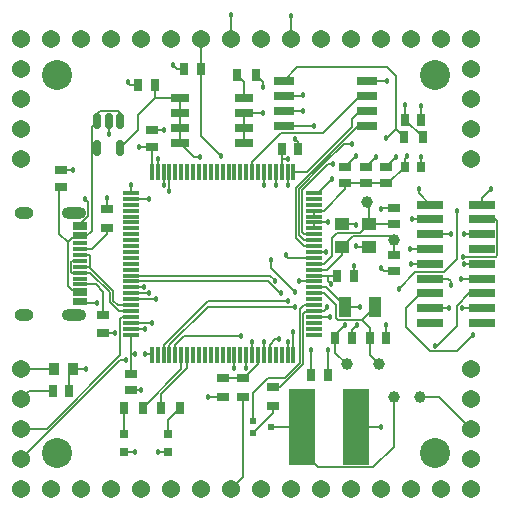
<source format=gbr>
%TF.GenerationSoftware,KiCad,Pcbnew,8.0.6-8.0.6-0~ubuntu24.04.1*%
%TF.CreationDate,2024-10-22T17:04:15-04:00*%
%TF.ProjectId,ta-expt-v2,74612d65-7870-4742-9d76-322e6b696361,rev?*%
%TF.SameCoordinates,Original*%
%TF.FileFunction,Copper,L1,Top*%
%TF.FilePolarity,Positive*%
%FSLAX46Y46*%
G04 Gerber Fmt 4.6, Leading zero omitted, Abs format (unit mm)*
G04 Created by KiCad (PCBNEW 8.0.6-8.0.6-0~ubuntu24.04.1) date 2024-10-22 17:04:15*
%MOMM*%
%LPD*%
G01*
G04 APERTURE LIST*
G04 Aperture macros list*
%AMRoundRect*
0 Rectangle with rounded corners*
0 $1 Rounding radius*
0 $2 $3 $4 $5 $6 $7 $8 $9 X,Y pos of 4 corners*
0 Add a 4 corners polygon primitive as box body*
4,1,4,$2,$3,$4,$5,$6,$7,$8,$9,$2,$3,0*
0 Add four circle primitives for the rounded corners*
1,1,$1+$1,$2,$3*
1,1,$1+$1,$4,$5*
1,1,$1+$1,$6,$7*
1,1,$1+$1,$8,$9*
0 Add four rect primitives between the rounded corners*
20,1,$1+$1,$2,$3,$4,$5,0*
20,1,$1+$1,$4,$5,$6,$7,0*
20,1,$1+$1,$6,$7,$8,$9,0*
20,1,$1+$1,$8,$9,$2,$3,0*%
G04 Aperture macros list end*
%TA.AperFunction,SMDPad,CuDef*%
%ADD10C,1.000000*%
%TD*%
%TA.AperFunction,SMDPad,CuDef*%
%ADD11R,0.780000X0.990000*%
%TD*%
%TA.AperFunction,SMDPad,CuDef*%
%ADD12R,1.525000X0.650000*%
%TD*%
%TA.AperFunction,SMDPad,CuDef*%
%ADD13R,1.000000X0.800000*%
%TD*%
%TA.AperFunction,SMDPad,CuDef*%
%ADD14R,0.800000X1.000000*%
%TD*%
%TA.AperFunction,SMDPad,CuDef*%
%ADD15R,0.800000X0.800000*%
%TD*%
%TA.AperFunction,SMDPad,CuDef*%
%ADD16R,0.990000X0.780000*%
%TD*%
%TA.AperFunction,SMDPad,CuDef*%
%ADD17R,0.630000X0.480000*%
%TD*%
%TA.AperFunction,SMDPad,CuDef*%
%ADD18R,2.300000X0.700000*%
%TD*%
%TA.AperFunction,SMDPad,CuDef*%
%ADD19R,1.150000X0.300000*%
%TD*%
%TA.AperFunction,ComponentPad*%
%ADD20O,2.100000X1.000000*%
%TD*%
%TA.AperFunction,ComponentPad*%
%ADD21O,1.600000X1.000000*%
%TD*%
%TA.AperFunction,SMDPad,CuDef*%
%ADD22R,1.475000X0.300000*%
%TD*%
%TA.AperFunction,SMDPad,CuDef*%
%ADD23R,0.300000X1.475000*%
%TD*%
%TA.AperFunction,ComponentPad*%
%ADD24C,1.540000*%
%TD*%
%TA.AperFunction,SMDPad,CuDef*%
%ADD25R,0.750000X0.940000*%
%TD*%
%TA.AperFunction,SMDPad,CuDef*%
%ADD26R,1.300000X1.100000*%
%TD*%
%TA.AperFunction,SMDPad,CuDef*%
%ADD27RoundRect,0.150000X-0.150000X0.512500X-0.150000X-0.512500X0.150000X-0.512500X0.150000X0.512500X0*%
%TD*%
%TA.AperFunction,SMDPad,CuDef*%
%ADD28R,2.300000X6.400000*%
%TD*%
%TA.AperFunction,SMDPad,CuDef*%
%ADD29R,1.000000X1.800000*%
%TD*%
%TA.AperFunction,SMDPad,CuDef*%
%ADD30R,1.785000X0.650000*%
%TD*%
%TA.AperFunction,ComponentPad*%
%ADD31C,2.540000*%
%TD*%
%TA.AperFunction,SMDPad,CuDef*%
%ADD32R,0.900000X1.000000*%
%TD*%
%TA.AperFunction,ViaPad*%
%ADD33C,0.457200*%
%TD*%
%TA.AperFunction,Conductor*%
%ADD34C,0.127000*%
%TD*%
%TA.AperFunction,Conductor*%
%ADD35C,0.203200*%
%TD*%
G04 APERTURE END LIST*
D10*
%TO.P,TP6,1*%
%TO.N,GND*%
X169750000Y-119250000D03*
%TD*%
%TO.P,TP5,1*%
%TO.N,Net-(IC1-A1{slash}K2)*%
X167500000Y-119250000D03*
%TD*%
%TO.P,TP4,1*%
%TO.N,Net-(IC3-PC14-OSC32_IN)*%
X166250000Y-116500000D03*
%TD*%
%TO.P,TP3,1*%
%TO.N,Net-(IC3-PC15-OSC32_OUT)*%
X163500000Y-116500000D03*
%TD*%
%TO.P,TP2,1*%
%TO.N,Net-(IC3-PH0-OSC_IN)*%
X167500000Y-106000000D03*
%TD*%
%TO.P,TP1,1*%
%TO.N,Net-(IC3-PH1-OSC_OUT)*%
X165250000Y-102750000D03*
%TD*%
D11*
%TO.P,C4,1*%
%TO.N,Net-(IC3-PC15-OSC32_OUT)*%
X162550000Y-114300000D03*
%TO.P,C4,2*%
%TO.N,GND*%
X163950000Y-114300000D03*
%TD*%
D12*
%TO.P,IC2,1,S_1*%
%TO.N,/VDD_FILT*%
X154824000Y-97750000D03*
%TO.P,IC2,2,S_2*%
X154824000Y-96480000D03*
%TO.P,IC2,3,S_3*%
X154824000Y-95210000D03*
%TO.P,IC2,4,G*%
%TO.N,Net-(IC2-G)*%
X154824000Y-93940000D03*
%TO.P,IC2,5,D_1*%
%TO.N,/LDO_OUT*%
X149400000Y-93940000D03*
%TO.P,IC2,6,D_2*%
X149400000Y-95210000D03*
%TO.P,IC2,7,D_3*%
X149400000Y-96480000D03*
%TO.P,IC2,8,D_4*%
X149400000Y-97750000D03*
%TD*%
D11*
%TO.P,C14,1*%
%TO.N,GND*%
X159400000Y-98300000D03*
%TO.P,C14,2*%
%TO.N,/VDD_FILT*%
X158000000Y-98300000D03*
%TD*%
D13*
%TO.P,R6,1*%
%TO.N,/BOOT0*%
X154700000Y-119250000D03*
%TO.P,R6,2*%
%TO.N,Net-(IC3-PH3-BOOT0)*%
X154700000Y-117650000D03*
%TD*%
D14*
%TO.P,R7,1*%
%TO.N,/VDD_FILT*%
X169950000Y-97300000D03*
%TO.P,R7,2*%
%TO.N,/QUADSPI_BK1_NCS*%
X168350000Y-97300000D03*
%TD*%
D13*
%TO.P,R3,1*%
%TO.N,Net-(IC1-K1)*%
X157250000Y-120050000D03*
%TO.P,R3,2*%
%TO.N,/LDO_OUT*%
X157250000Y-118450000D03*
%TD*%
D15*
%TO.P,LED2,1,K*%
%TO.N,GND*%
X148350000Y-123900000D03*
%TO.P,LED2,2,A*%
%TO.N,Net-(LED2-A)*%
X148350000Y-122400000D03*
%TD*%
D11*
%TO.P,C19,1*%
%TO.N,/LDO_OUT*%
X147250000Y-92850000D03*
%TO.P,C19,2*%
%TO.N,GND*%
X145850000Y-92850000D03*
%TD*%
D14*
%TO.P,R4,1*%
%TO.N,/Control*%
X155800000Y-92000000D03*
%TO.P,R4,2*%
%TO.N,Net-(IC2-G)*%
X154200000Y-92000000D03*
%TD*%
D16*
%TO.P,C9,1*%
%TO.N,/VDD_FILT*%
X165100000Y-101200000D03*
%TO.P,C9,2*%
%TO.N,GND*%
X165100000Y-99800000D03*
%TD*%
D17*
%TO.P,IC1,1,A2*%
%TO.N,/V_BAT*%
X155545000Y-121350000D03*
%TO.P,IC1,2,K1*%
%TO.N,Net-(IC1-K1)*%
X155545000Y-122350000D03*
%TO.P,IC1,3,A1/K2*%
%TO.N,Net-(IC1-A1{slash}K2)*%
X157055000Y-121850000D03*
%TD*%
D18*
%TO.P,J5,1,1*%
%TO.N,unconnected-(J5-Pad1)*%
X170575000Y-113000000D03*
%TO.P,J5,2,2*%
%TO.N,unconnected-(J5-Pad2)*%
X174925000Y-113000000D03*
%TO.P,J5,3,3*%
%TO.N,/DCMI_D3*%
X170575000Y-111750000D03*
%TO.P,J5,4,4*%
%TO.N,/DCMI_D2*%
X174925000Y-111750000D03*
%TO.P,J5,5,5*%
%TO.N,/DCMI_D5*%
X170575000Y-110500000D03*
%TO.P,J5,6,6*%
%TO.N,/DCMI_D4*%
X174925000Y-110500000D03*
%TO.P,J5,7,7*%
%TO.N,/DCMI_D7*%
X170575000Y-109250000D03*
%TO.P,J5,8,8*%
%TO.N,/DCMI_D6*%
X174925000Y-109250000D03*
%TO.P,J5,9,9*%
%TO.N,/DCMI_D9*%
X170575000Y-108000000D03*
%TO.P,J5,10,10*%
%TO.N,/DCMI_D8*%
X174925000Y-108000000D03*
%TO.P,J5,11,11*%
%TO.N,/DCMI_PIXCLK*%
X170575000Y-106750000D03*
%TO.P,J5,12,12*%
%TO.N,unconnected-(J5-Pad12)*%
X174925000Y-106750000D03*
%TO.P,J5,13,13*%
%TO.N,/DCMI_VSYNC*%
X170575000Y-105500000D03*
%TO.P,J5,14,14*%
%TO.N,/DCMI_HSYNC*%
X174925000Y-105500000D03*
%TO.P,J5,15,15*%
%TO.N,/I2C3_SCL*%
X170575000Y-104250000D03*
%TO.P,J5,16,16*%
%TO.N,/I2C3_SDA*%
X174925000Y-104250000D03*
%TO.P,J5,17,17*%
%TO.N,/VDD_FILT*%
X170575000Y-103000000D03*
%TO.P,J5,18,18*%
%TO.N,GND*%
X174925000Y-103000000D03*
%TD*%
D19*
%TO.P,J3,A1,GND*%
%TO.N,GND*%
X140955000Y-104650000D03*
%TO.P,J3,A4,VBUS*%
%TO.N,/VBUS*%
X140955000Y-105450000D03*
%TO.P,J3,A5,CC1*%
%TO.N,Net-(J3-CC1)*%
X140955000Y-106750000D03*
%TO.P,J3,A6,D+*%
%TO.N,/D+*%
X140955000Y-107750000D03*
%TO.P,J3,A7,D-*%
%TO.N,/D-*%
X140955000Y-108250000D03*
%TO.P,J3,A8,SBU1*%
%TO.N,unconnected-(J3-SBU1-PadA8)*%
X140955000Y-109250000D03*
%TO.P,J3,A9,VBUS*%
%TO.N,/VBUS*%
X140955000Y-110550000D03*
%TO.P,J3,A12,GND*%
%TO.N,GND*%
X140955000Y-111350000D03*
%TO.P,J3,B1,GND*%
X140955000Y-111050000D03*
%TO.P,J3,B4,VBUS*%
%TO.N,/VBUS*%
X140955000Y-110250000D03*
%TO.P,J3,B5,CC2*%
%TO.N,Net-(J3-CC2)*%
X140955000Y-109750000D03*
%TO.P,J3,B6,D+*%
%TO.N,/D+*%
X140955000Y-108750000D03*
%TO.P,J3,B7,D-*%
%TO.N,/D-*%
X140955000Y-107250000D03*
%TO.P,J3,B8,SBU2*%
%TO.N,unconnected-(J3-SBU2-PadB8)*%
X140955000Y-106250000D03*
%TO.P,J3,B9,VBUS*%
%TO.N,/VBUS*%
X140955000Y-105750000D03*
%TO.P,J3,B12,GND*%
%TO.N,GND*%
X140955000Y-104950000D03*
D20*
%TO.P,J3,S1,SHIELD*%
%TO.N,unconnected-(J3-SHIELD-PadS1)*%
X140390000Y-103680000D03*
D21*
X136210000Y-103680000D03*
D20*
X140390000Y-112320000D03*
D21*
X136210000Y-112320000D03*
%TD*%
D16*
%TO.P,C6,1*%
%TO.N,Net-(IC3-PH0-OSC_IN)*%
X167500000Y-107250000D03*
%TO.P,C6,2*%
%TO.N,GND*%
X167500000Y-108650000D03*
%TD*%
D11*
%TO.P,C10,1*%
%TO.N,/NRST*%
X151150000Y-91550000D03*
%TO.P,C10,2*%
%TO.N,GND*%
X149750000Y-91550000D03*
%TD*%
D16*
%TO.P,C7,1*%
%TO.N,/VDD_FILT*%
X166800000Y-101200000D03*
%TO.P,C7,2*%
%TO.N,GND*%
X166800000Y-99800000D03*
%TD*%
D22*
%TO.P,IC3,1,PE2*%
%TO.N,unconnected-(IC3-PE2-Pad1)*%
X160738000Y-114000000D03*
%TO.P,IC3,2,PE3*%
%TO.N,unconnected-(IC3-PE3-Pad2)*%
X160738000Y-113500000D03*
%TO.P,IC3,3,PE4*%
%TO.N,unconnected-(IC3-PE4-Pad3)*%
X160738000Y-113000000D03*
%TO.P,IC3,4,PE5*%
%TO.N,/Control*%
X160738000Y-112500000D03*
%TO.P,IC3,5,PE6*%
%TO.N,/LDO_OUT*%
X160738000Y-112000000D03*
%TO.P,IC3,6,VBAT*%
%TO.N,/V_BAT*%
X160738000Y-111500000D03*
%TO.P,IC3,7,PC13*%
%TO.N,unconnected-(IC3-PC13-Pad7)*%
X160738000Y-111000000D03*
%TO.P,IC3,8,PC14-OSC32_IN*%
%TO.N,Net-(IC3-PC14-OSC32_IN)*%
X160738000Y-110500000D03*
%TO.P,IC3,9,PC15-OSC32_OUT*%
%TO.N,Net-(IC3-PC15-OSC32_OUT)*%
X160738000Y-110000000D03*
%TO.P,IC3,10,VSS_1*%
%TO.N,GND*%
X160738000Y-109500000D03*
%TO.P,IC3,11,VDD_1*%
%TO.N,/VDD_FILT*%
X160738000Y-109000000D03*
%TO.P,IC3,12,PH0-OSC_IN*%
%TO.N,Net-(IC3-PH0-OSC_IN)*%
X160738000Y-108500000D03*
%TO.P,IC3,13,PH1-OSC_OUT*%
%TO.N,Net-(IC3-PH1-OSC_OUT)*%
X160738000Y-108000000D03*
%TO.P,IC3,14,NRST*%
%TO.N,/NRST*%
X160738000Y-107500000D03*
%TO.P,IC3,15,PC0*%
%TO.N,/I2C3_SCL*%
X160738000Y-107000000D03*
%TO.P,IC3,16,PC1*%
%TO.N,/QUADSPI_BK2_IO0*%
X160738000Y-106500000D03*
%TO.P,IC3,17,PC2*%
%TO.N,/QUADSPI_BK2_IO1*%
X160738000Y-106000000D03*
%TO.P,IC3,18,PC3*%
%TO.N,/QUADSPI_BK2_IO2*%
X160738000Y-105500000D03*
%TO.P,IC3,19,VSSA*%
%TO.N,GND*%
X160738000Y-105000000D03*
%TO.P,IC3,20,VREF-*%
X160738000Y-104500000D03*
%TO.P,IC3,21,VREF+*%
%TO.N,/VDD_FILT*%
X160738000Y-104000000D03*
%TO.P,IC3,22,VDDA*%
X160738000Y-103500000D03*
%TO.P,IC3,23,PA0*%
%TO.N,unconnected-(IC3-PA0-Pad23)*%
X160738000Y-103000000D03*
%TO.P,IC3,24,PA1*%
%TO.N,unconnected-(IC3-PA1-Pad24)*%
X160738000Y-102500000D03*
%TO.P,IC3,25,PA2*%
%TO.N,/QUADSPI_BK1_NCS*%
X160738000Y-102000000D03*
D23*
%TO.P,IC3,26,PA3*%
%TO.N,/QUADSPI_CLK*%
X159000000Y-100262000D03*
%TO.P,IC3,27,VSS_2*%
%TO.N,GND*%
X158500000Y-100262000D03*
%TO.P,IC3,28,VDD_2*%
%TO.N,/VDD_FILT*%
X158000000Y-100262000D03*
%TO.P,IC3,29,PA4*%
%TO.N,/DCMI_HSYNC*%
X157500000Y-100262000D03*
%TO.P,IC3,30,PA5*%
%TO.N,unconnected-(IC3-PA5-Pad30)*%
X157000000Y-100262000D03*
%TO.P,IC3,31,PA6*%
%TO.N,/DCMI_PIXCLK*%
X156500000Y-100262000D03*
%TO.P,IC3,32,PA7*%
%TO.N,unconnected-(IC3-PA7-Pad32)*%
X156000000Y-100262000D03*
%TO.P,IC3,33,PC4*%
%TO.N,/QUADSPI_BK2_IO3*%
X155500000Y-100262000D03*
%TO.P,IC3,34,PC5*%
%TO.N,unconnected-(IC3-PC5-Pad34)*%
X155000000Y-100262000D03*
%TO.P,IC3,35,PB0*%
%TO.N,unconnected-(IC3-PB0-Pad35)*%
X154500000Y-100262000D03*
%TO.P,IC3,36,PB1*%
%TO.N,unconnected-(IC3-PB1-Pad36)*%
X154000000Y-100262000D03*
%TO.P,IC3,37,PB2*%
%TO.N,unconnected-(IC3-PB2-Pad37)*%
X153500000Y-100262000D03*
%TO.P,IC3,38,PE7*%
%TO.N,unconnected-(IC3-PE7-Pad38)*%
X153000000Y-100262000D03*
%TO.P,IC3,39,PE8*%
%TO.N,unconnected-(IC3-PE8-Pad39)*%
X152500000Y-100262000D03*
%TO.P,IC3,40,PE9*%
%TO.N,unconnected-(IC3-PE9-Pad40)*%
X152000000Y-100262000D03*
%TO.P,IC3,41,PE10*%
%TO.N,unconnected-(IC3-PE10-Pad41)*%
X151500000Y-100262000D03*
%TO.P,IC3,42,PE11*%
%TO.N,unconnected-(IC3-PE11-Pad42)*%
X151000000Y-100262000D03*
%TO.P,IC3,43,PE12*%
%TO.N,unconnected-(IC3-PE12-Pad43)*%
X150500000Y-100262000D03*
%TO.P,IC3,44,PE13*%
%TO.N,unconnected-(IC3-PE13-Pad44)*%
X150000000Y-100262000D03*
%TO.P,IC3,45,PE14*%
%TO.N,unconnected-(IC3-PE14-Pad45)*%
X149500000Y-100262000D03*
%TO.P,IC3,46,PE15*%
%TO.N,unconnected-(IC3-PE15-Pad46)*%
X149000000Y-100262000D03*
%TO.P,IC3,47,PB10*%
%TO.N,/LPUART_RX*%
X148500000Y-100262000D03*
%TO.P,IC3,48,PB11*%
%TO.N,/LPUART_TX*%
X148000000Y-100262000D03*
%TO.P,IC3,49,VSS_3*%
%TO.N,GND*%
X147500000Y-100262000D03*
%TO.P,IC3,50,VDD_3*%
%TO.N,/VDD_FILT*%
X147000000Y-100262000D03*
D22*
%TO.P,IC3,51,PB12*%
%TO.N,/LPUART_RTS*%
X145262000Y-102000000D03*
%TO.P,IC3,52,PB13*%
%TO.N,/LPUART_CTS*%
X145262000Y-102500000D03*
%TO.P,IC3,53,PB14*%
%TO.N,unconnected-(IC3-PB14-Pad53)*%
X145262000Y-103000000D03*
%TO.P,IC3,54,PB15*%
%TO.N,unconnected-(IC3-PB15-Pad54)*%
X145262000Y-103500000D03*
%TO.P,IC3,55,PD8*%
%TO.N,unconnected-(IC3-PD8-Pad55)*%
X145262000Y-104000000D03*
%TO.P,IC3,56,PD9*%
%TO.N,unconnected-(IC3-PD9-Pad56)*%
X145262000Y-104500000D03*
%TO.P,IC3,57,PD10*%
%TO.N,unconnected-(IC3-PD10-Pad57)*%
X145262000Y-105000000D03*
%TO.P,IC3,58,PD11*%
%TO.N,unconnected-(IC3-PD11-Pad58)*%
X145262000Y-105500000D03*
%TO.P,IC3,59,PD12*%
%TO.N,unconnected-(IC3-PD12-Pad59)*%
X145262000Y-106000000D03*
%TO.P,IC3,60,PD13*%
%TO.N,unconnected-(IC3-PD13-Pad60)*%
X145262000Y-106500000D03*
%TO.P,IC3,61,PD14*%
%TO.N,unconnected-(IC3-PD14-Pad61)*%
X145262000Y-107000000D03*
%TO.P,IC3,62,PD15*%
%TO.N,unconnected-(IC3-PD15-Pad62)*%
X145262000Y-107500000D03*
%TO.P,IC3,63,PC6*%
%TO.N,unconnected-(IC3-PC6-Pad63)*%
X145262000Y-108000000D03*
%TO.P,IC3,64,PC7*%
%TO.N,unconnected-(IC3-PC7-Pad64)*%
X145262000Y-108500000D03*
%TO.P,IC3,65,PC8*%
%TO.N,/DCMI_D2*%
X145262000Y-109000000D03*
%TO.P,IC3,66,PC9*%
%TO.N,/DCMI_D3*%
X145262000Y-109500000D03*
%TO.P,IC3,67,PA8*%
%TO.N,/USART1_CK*%
X145262000Y-110000000D03*
%TO.P,IC3,68,PA9*%
%TO.N,/USART1_TX*%
X145262000Y-110500000D03*
%TO.P,IC3,69,PA10*%
%TO.N,/USART1_RX*%
X145262000Y-111000000D03*
%TO.P,IC3,70,PA11*%
%TO.N,/D-*%
X145262000Y-111500000D03*
%TO.P,IC3,71,PA12*%
%TO.N,/D+*%
X145262000Y-112000000D03*
%TO.P,IC3,72,PA13*%
%TO.N,/SWDIO*%
X145262000Y-112500000D03*
%TO.P,IC3,73,VDDUSB*%
%TO.N,/VDD_FILT*%
X145262000Y-113000000D03*
%TO.P,IC3,74,VSS_4*%
%TO.N,GND*%
X145262000Y-113500000D03*
%TO.P,IC3,75,VDD_4*%
%TO.N,/VDD_FILT*%
X145262000Y-114000000D03*
D23*
%TO.P,IC3,76,PA14*%
%TO.N,/SWCLK*%
X147000000Y-115738000D03*
%TO.P,IC3,77,PA15*%
%TO.N,unconnected-(IC3-PA15-Pad77)*%
X147500000Y-115738000D03*
%TO.P,IC3,78,PC10*%
%TO.N,/DCMI_D8*%
X148000000Y-115738000D03*
%TO.P,IC3,79,PC11*%
%TO.N,/DCMI_D4*%
X148500000Y-115738000D03*
%TO.P,IC3,80,PC12*%
%TO.N,/DCMI_D9*%
X149000000Y-115738000D03*
%TO.P,IC3,81,PD0*%
%TO.N,/LED1*%
X149500000Y-115738000D03*
%TO.P,IC3,82,PD1*%
%TO.N,/LED2*%
X150000000Y-115738000D03*
%TO.P,IC3,83,PD2*%
%TO.N,unconnected-(IC3-PD2-Pad83)*%
X150500000Y-115738000D03*
%TO.P,IC3,84,PD3*%
%TO.N,unconnected-(IC3-PD3-Pad84)*%
X151000000Y-115738000D03*
%TO.P,IC3,85,PD4*%
%TO.N,unconnected-(IC3-PD4-Pad85)*%
X151500000Y-115738000D03*
%TO.P,IC3,86,PD5*%
%TO.N,unconnected-(IC3-PD5-Pad86)*%
X152000000Y-115738000D03*
%TO.P,IC3,87,PD6*%
%TO.N,unconnected-(IC3-PD6-Pad87)*%
X152500000Y-115738000D03*
%TO.P,IC3,88,PD7*%
%TO.N,unconnected-(IC3-PD7-Pad88)*%
X153000000Y-115738000D03*
%TO.P,IC3,89,PB3*%
%TO.N,unconnected-(IC3-PB3-Pad89)*%
X153500000Y-115738000D03*
%TO.P,IC3,90,PB4*%
%TO.N,/I2C3_SDA*%
X154000000Y-115738000D03*
%TO.P,IC3,91,PB5*%
%TO.N,unconnected-(IC3-PB5-Pad91)*%
X154500000Y-115738000D03*
%TO.P,IC3,92,PB6*%
%TO.N,/DCMI_D5*%
X155000000Y-115738000D03*
%TO.P,IC3,93,PB7*%
%TO.N,/DCMI_VSYNC*%
X155500000Y-115738000D03*
%TO.P,IC3,94,PH3-BOOT0*%
%TO.N,Net-(IC3-PH3-BOOT0)*%
X156000000Y-115738000D03*
%TO.P,IC3,95,PB8*%
%TO.N,/DCMI_D6*%
X156500000Y-115738000D03*
%TO.P,IC3,96,PB9*%
%TO.N,/DCMI_D7*%
X157000000Y-115738000D03*
%TO.P,IC3,97,PE0*%
%TO.N,unconnected-(IC3-PE0-Pad97)*%
X157500000Y-115738000D03*
%TO.P,IC3,98,PE1*%
%TO.N,unconnected-(IC3-PE1-Pad98)*%
X158000000Y-115738000D03*
%TO.P,IC3,99,VSS_5*%
%TO.N,GND*%
X158500000Y-115738000D03*
%TO.P,IC3,100,VDD_5*%
%TO.N,/VDD_FILT*%
X159000000Y-115738000D03*
%TD*%
D16*
%TO.P,C13,1*%
%TO.N,/VDD_FILT*%
X147000000Y-98100000D03*
%TO.P,C13,2*%
%TO.N,GND*%
X147000000Y-96700000D03*
%TD*%
D13*
%TO.P,R9,1*%
%TO.N,GND*%
X142900000Y-113900000D03*
%TO.P,R9,2*%
%TO.N,Net-(J3-CC2)*%
X142900000Y-112300000D03*
%TD*%
D24*
%TO.P,J7,1,Pin_1*%
%TO.N,VDD*%
X135950000Y-116890000D03*
%TO.P,J7,2,Pin_2*%
%TO.N,GND*%
X135950000Y-119430000D03*
%TO.P,J7,3,Pin_3*%
%TO.N,/SWDIO*%
X135950000Y-121970000D03*
%TO.P,J7,4,Pin_4*%
%TO.N,/SWCLK*%
X135950000Y-124510000D03*
%TD*%
D25*
%TO.P,C5,1*%
%TO.N,/VDD_FILT*%
X168400000Y-99800000D03*
%TO.P,C5,2*%
%TO.N,GND*%
X169800000Y-99800000D03*
%TD*%
D14*
%TO.P,R2,1*%
%TO.N,/LED2*%
X147800000Y-120200000D03*
%TO.P,R2,2*%
%TO.N,Net-(LED2-A)*%
X149400000Y-120200000D03*
%TD*%
%TO.P,R1,1*%
%TO.N,/LED1*%
X146250000Y-120200000D03*
%TO.P,R1,2*%
%TO.N,Net-(LED1-A)*%
X144650000Y-120200000D03*
%TD*%
D16*
%TO.P,C18,1*%
%TO.N,GND*%
X139350000Y-100100000D03*
%TO.P,C18,2*%
%TO.N,/VBUS*%
X139350000Y-101500000D03*
%TD*%
%TO.P,C16,1*%
%TO.N,GND*%
X145200000Y-118700000D03*
%TO.P,C16,2*%
%TO.N,/VDD_FILT*%
X145200000Y-117300000D03*
%TD*%
D24*
%TO.P,J8,1,Pin_1*%
%TO.N,unconnected-(J8-Pin_1-Pad1)*%
X135950000Y-127050000D03*
%TO.P,J8,2,Pin_2*%
%TO.N,unconnected-(J8-Pin_2-Pad2)*%
X138490000Y-127050000D03*
%TO.P,J8,3,Pin_3*%
%TO.N,unconnected-(J8-Pin_3-Pad3)*%
X141030000Y-127050000D03*
%TO.P,J8,4,Pin_4*%
%TO.N,unconnected-(J8-Pin_4-Pad4)*%
X143570000Y-127050000D03*
%TO.P,J8,5,Pin_5*%
%TO.N,unconnected-(J8-Pin_5-Pad5)*%
X146110000Y-127050000D03*
%TO.P,J8,6,Pin_6*%
%TO.N,unconnected-(J8-Pin_6-Pad6)*%
X148650000Y-127050000D03*
%TO.P,J8,7,Pin_7*%
%TO.N,unconnected-(J8-Pin_7-Pad7)*%
X151190000Y-127050000D03*
%TO.P,J8,8,Pin_8*%
%TO.N,/BOOT0*%
X153730000Y-127050000D03*
%TO.P,J8,9,Pin_9*%
%TO.N,/LPUART_CTS*%
X156270000Y-127050000D03*
%TO.P,J8,10,Pin_10*%
%TO.N,/LPUART_TX*%
X158810000Y-127050000D03*
%TO.P,J8,11,Pin_11*%
%TO.N,/LPUART_RX*%
X161350000Y-127050000D03*
%TO.P,J8,12,Pin_12*%
%TO.N,/LPUART_RTS*%
X163890000Y-127050000D03*
%TO.P,J8,13,Pin_13*%
%TO.N,unconnected-(J8-Pin_13-Pad13)*%
X166430000Y-127050000D03*
%TO.P,J8,14,Pin_14*%
%TO.N,unconnected-(J8-Pin_14-Pad14)*%
X168970000Y-127050000D03*
%TO.P,J8,15,Pin_15*%
%TO.N,unconnected-(J8-Pin_15-Pad15)*%
X171510000Y-127050000D03*
%TO.P,J8,16,Pin_16*%
%TO.N,unconnected-(J8-Pin_16-Pad16)*%
X174050000Y-127050000D03*
%TD*%
D15*
%TO.P,LED1,1,K*%
%TO.N,GND*%
X144650000Y-123900000D03*
%TO.P,LED1,2,A*%
%TO.N,Net-(LED1-A)*%
X144650000Y-122400000D03*
%TD*%
D16*
%TO.P,C12,1*%
%TO.N,/VDD_FILT*%
X163400000Y-101200000D03*
%TO.P,C12,2*%
%TO.N,GND*%
X163400000Y-99800000D03*
%TD*%
D11*
%TO.P,C15,1*%
%TO.N,GND*%
X164100000Y-109000000D03*
%TO.P,C15,2*%
%TO.N,/VDD_FILT*%
X162700000Y-109000000D03*
%TD*%
D24*
%TO.P,J1,2,Pin_2*%
%TO.N,unconnected-(J1-Pin_2-Pad2)*%
X174050000Y-124510000D03*
%TO.P,J1,3,Pin_3*%
%TO.N,GND*%
X174050000Y-121970000D03*
%TO.P,J1,4,Pin_4*%
%TO.N,unconnected-(J1-Pin_4-Pad4)*%
X174050000Y-119430000D03*
%TO.P,J1,5,Pin_5*%
%TO.N,unconnected-(J1-Pin_5-Pad5)*%
X174050000Y-116890000D03*
%TD*%
D26*
%TO.P,Y1,1,CRYSTAL_1*%
%TO.N,Net-(IC3-PH0-OSC_IN)*%
X163100000Y-106575000D03*
%TO.P,Y1,2,GND_1*%
%TO.N,GND*%
X165400000Y-106575000D03*
%TO.P,Y1,3,CRYSTAL_2*%
%TO.N,Net-(IC3-PH1-OSC_OUT)*%
X165400000Y-104675000D03*
%TO.P,Y1,4,GND_2*%
%TO.N,GND*%
X163100000Y-104675000D03*
%TD*%
D13*
%TO.P,R8,1*%
%TO.N,GND*%
X143200000Y-103350000D03*
%TO.P,R8,2*%
%TO.N,Net-(J3-CC1)*%
X143200000Y-104950000D03*
%TD*%
D11*
%TO.P,C8,1*%
%TO.N,Net-(IC3-PC14-OSC32_IN)*%
X165450000Y-114300000D03*
%TO.P,C8,2*%
%TO.N,GND*%
X166850000Y-114300000D03*
%TD*%
%TO.P,C2,1*%
%TO.N,/VDD_FILT*%
X140000000Y-118800000D03*
%TO.P,C2,2*%
%TO.N,GND*%
X138600000Y-118800000D03*
%TD*%
D27*
%TO.P,U1,1,IN*%
%TO.N,/VBUS*%
X144300000Y-95925000D03*
%TO.P,U1,2,GND*%
%TO.N,GND*%
X143350000Y-95925000D03*
%TO.P,U1,3,EN*%
%TO.N,/VBUS*%
X142400000Y-95925000D03*
%TO.P,U1,4,NC*%
%TO.N,unconnected-(U1-NC-Pad4)*%
X142400000Y-98200000D03*
%TO.P,U1,5,OUT*%
%TO.N,/LDO_OUT*%
X144300000Y-98200000D03*
%TD*%
D28*
%TO.P,C1,1*%
%TO.N,Net-(IC1-A1{slash}K2)*%
X159700000Y-121850000D03*
%TO.P,C1,2*%
%TO.N,GND*%
X164300000Y-121850000D03*
%TD*%
D24*
%TO.P,J2,1,Pin_1*%
%TO.N,unconnected-(J2-Pin_1-Pad1)*%
X135950000Y-99110000D03*
%TO.P,J2,2,Pin_2*%
%TO.N,GND*%
X135950000Y-96570000D03*
%TO.P,J2,3,Pin_3*%
%TO.N,unconnected-(J2-Pin_3-Pad3)*%
X135950000Y-94030000D03*
%TO.P,J2,4,Pin_4*%
%TO.N,unconnected-(J2-Pin_4-Pad4)*%
X135950000Y-91490000D03*
%TD*%
D16*
%TO.P,C3,1*%
%TO.N,Net-(IC3-PH1-OSC_OUT)*%
X167500000Y-104650000D03*
%TO.P,C3,2*%
%TO.N,GND*%
X167500000Y-103250000D03*
%TD*%
D11*
%TO.P,C11,1*%
%TO.N,GND*%
X161900000Y-117450000D03*
%TO.P,C11,2*%
%TO.N,/VDD_FILT*%
X160500000Y-117450000D03*
%TD*%
%TO.P,C17,1*%
%TO.N,/VDD_FILT*%
X168400000Y-95800000D03*
%TO.P,C17,2*%
%TO.N,GND*%
X169800000Y-95800000D03*
%TD*%
D29*
%TO.P,Y2,1,1*%
%TO.N,Net-(IC3-PC14-OSC32_IN)*%
X165875000Y-111650000D03*
%TO.P,Y2,2,2*%
%TO.N,Net-(IC3-PC15-OSC32_OUT)*%
X163325000Y-111650000D03*
%TD*%
D30*
%TO.P,IC4,1,CE#*%
%TO.N,/QUADSPI_BK1_NCS*%
X158168000Y-92495000D03*
%TO.P,IC4,2,SO(IO1)*%
%TO.N,/QUADSPI_BK2_IO1*%
X158168000Y-93765000D03*
%TO.P,IC4,3,WP#(IO2)*%
%TO.N,/QUADSPI_BK2_IO2*%
X158168000Y-95035000D03*
%TO.P,IC4,4,GND*%
%TO.N,GND*%
X158168000Y-96305000D03*
%TO.P,IC4,5,SI(IO0)*%
%TO.N,/QUADSPI_BK2_IO0*%
X165232000Y-96305000D03*
%TO.P,IC4,6,SCK*%
%TO.N,/QUADSPI_CLK*%
X165232000Y-95035000D03*
%TO.P,IC4,7,HOLD#_OR__RESET#(IO3)*%
%TO.N,/QUADSPI_BK2_IO3*%
X165232000Y-93765000D03*
%TO.P,IC4,8,VCC*%
%TO.N,/VDD_FILT*%
X165232000Y-92495000D03*
%TD*%
D31*
%TO.P,J6,1,Pin_1*%
%TO.N,GND*%
X139000000Y-92000000D03*
%TO.P,J6,2,Pin_2*%
X171000000Y-92000000D03*
%TO.P,J6,3,Pin_3*%
X139000000Y-124000000D03*
%TO.P,J6,4,Pin_4*%
X171000000Y-124000000D03*
%TD*%
D24*
%TO.P,J4,2,Pin_2*%
%TO.N,unconnected-(J4-Pin_2-Pad2)*%
X174050000Y-99110000D03*
%TO.P,J4,3,Pin_3*%
%TO.N,unconnected-(J4-Pin_3-Pad3)*%
X174050000Y-96570000D03*
%TO.P,J4,4,Pin_4*%
%TO.N,unconnected-(J4-Pin_4-Pad4)*%
X174050000Y-94030000D03*
%TO.P,J4,5,Pin_5*%
%TO.N,unconnected-(J4-Pin_5-Pad5)*%
X174050000Y-91490000D03*
%TD*%
%TO.P,J9,1,Pin_1*%
%TO.N,unconnected-(J9-Pin_1-Pad1)*%
X135950000Y-88950000D03*
%TO.P,J9,2,Pin_2*%
%TO.N,unconnected-(J9-Pin_2-Pad2)*%
X138490000Y-88950000D03*
%TO.P,J9,3,Pin_3*%
%TO.N,GND*%
X141030000Y-88950000D03*
%TO.P,J9,4,Pin_4*%
%TO.N,unconnected-(J9-Pin_4-Pad4)*%
X143570000Y-88950000D03*
%TO.P,J9,5,Pin_5*%
%TO.N,unconnected-(J9-Pin_5-Pad5)*%
X146110000Y-88950000D03*
%TO.P,J9,6,Pin_6*%
%TO.N,unconnected-(J9-Pin_6-Pad6)*%
X148650000Y-88950000D03*
%TO.P,J9,7,Pin_7*%
%TO.N,/NRST*%
X151190000Y-88950000D03*
%TO.P,J9,8,Pin_8*%
%TO.N,/USART1_CK*%
X153730000Y-88950000D03*
%TO.P,J9,9,Pin_9*%
%TO.N,/USART1_CTS*%
X156270000Y-88950000D03*
%TO.P,J9,10,Pin_10*%
%TO.N,/USART1_TX*%
X158810000Y-88950000D03*
%TO.P,J9,11,Pin_11*%
%TO.N,/USART1_RX*%
X161350000Y-88950000D03*
%TO.P,J9,12,Pin_12*%
%TO.N,/USART1_RTS*%
X163890000Y-88950000D03*
%TO.P,J9,13,Pin_13*%
%TO.N,unconnected-(J9-Pin_13-Pad13)*%
X166430000Y-88950000D03*
%TO.P,J9,14,Pin_14*%
%TO.N,unconnected-(J9-Pin_14-Pad14)*%
X168970000Y-88950000D03*
%TO.P,J9,15,Pin_15*%
%TO.N,unconnected-(J9-Pin_15-Pad15)*%
X171510000Y-88950000D03*
%TO.P,J9,16,Pin_16*%
%TO.N,unconnected-(J9-Pin_16-Pad16)*%
X174050000Y-88950000D03*
%TD*%
D32*
%TO.P,FB1,1,1*%
%TO.N,VDD*%
X138750000Y-116900000D03*
%TO.P,FB1,2,2*%
%TO.N,/VDD_FILT*%
X140350000Y-116900000D03*
%TD*%
D13*
%TO.P,R5,1*%
%TO.N,Net-(IC3-PH3-BOOT0)*%
X153050000Y-117650000D03*
%TO.P,R5,2*%
%TO.N,GND*%
X153050000Y-119250000D03*
%TD*%
D33*
%TO.N,GND*%
X143200000Y-102400000D03*
X169800000Y-98950000D03*
X146100000Y-118700000D03*
X164400000Y-113200000D03*
X175700000Y-101700000D03*
X166450000Y-103400000D03*
X165950000Y-98950000D03*
X142400000Y-111350000D03*
X166400000Y-121850000D03*
X167700000Y-98950000D03*
X140350000Y-100100000D03*
X164300000Y-98900000D03*
X147500000Y-99100000D03*
X166850000Y-113200000D03*
X143350000Y-97000000D03*
X158500000Y-114600000D03*
X161900000Y-104500000D03*
X159500000Y-109500000D03*
X148000000Y-96700000D03*
X161900000Y-115300000D03*
X158500000Y-101350000D03*
X166400000Y-108400000D03*
X146400000Y-113500000D03*
X164250000Y-106500000D03*
X160700000Y-96300000D03*
X151750000Y-119250000D03*
X147500000Y-123900000D03*
X144950000Y-92650000D03*
X145600000Y-123900000D03*
X169800000Y-94650000D03*
X143900000Y-113900000D03*
X164100000Y-108200000D03*
X159100000Y-97400000D03*
X148800000Y-91200000D03*
X141350000Y-102500000D03*
X164250000Y-104700000D03*
%TO.N,/VDD_FILT*%
X160500000Y-115300000D03*
X158500000Y-99150000D03*
X156400000Y-95200000D03*
X169600000Y-101650000D03*
X166900000Y-92500000D03*
X145950000Y-98100000D03*
X141450000Y-116900000D03*
X168400000Y-94600000D03*
X147050000Y-113000000D03*
X159000000Y-113750000D03*
X162150000Y-109750000D03*
X168650000Y-98850000D03*
X145600000Y-115600000D03*
%TO.N,Net-(IC3-PC15-OSC32_OUT)*%
X163400000Y-113200000D03*
X164600000Y-111650000D03*
%TO.N,/NRST*%
X158350000Y-107300000D03*
X152900000Y-98900000D03*
%TO.N,/LDO_OUT*%
X161850000Y-111700000D03*
X151050000Y-98950000D03*
X159150000Y-110400000D03*
X157075000Y-107725000D03*
%TO.N,/USART1_RX*%
X147350000Y-111000000D03*
%TO.N,/I2C3_SDA*%
X173350000Y-107400000D03*
X154000000Y-116850000D03*
%TO.N,/DCMI_VSYNC*%
X155500000Y-114650000D03*
X172350000Y-105500000D03*
%TO.N,/QUADSPI_BK2_IO2*%
X162330500Y-99569500D03*
X159800000Y-95050000D03*
%TO.N,/DCMI_D5*%
X155000000Y-116800000D03*
X174200000Y-114000000D03*
%TO.N,/LPUART_TX*%
X148000000Y-101350000D03*
%TO.N,/DCMI_D8*%
X158500000Y-111150000D03*
X173450000Y-108000000D03*
%TO.N,/LPUART_CTS*%
X146750000Y-102500000D03*
%TO.N,/USART1_TX*%
X146800000Y-110500000D03*
X158800000Y-87000000D03*
%TO.N,/DCMI_D7*%
X157750000Y-114400000D03*
X172300000Y-109800000D03*
%TO.N,/I2C3_SCL*%
X161750000Y-107000000D03*
X169000000Y-104250000D03*
%TO.N,/LPUART_RX*%
X148500000Y-101800000D03*
%TO.N,/Control*%
X172850000Y-103500000D03*
X167900000Y-110100000D03*
X162050000Y-112500000D03*
X156400000Y-93050000D03*
%TO.N,/SWCLK*%
X144800000Y-116150000D03*
X146400000Y-115600000D03*
%TO.N,/DCMI_D9*%
X154550000Y-114150000D03*
X168950000Y-108000000D03*
%TO.N,/USART1_CK*%
X146350000Y-110000000D03*
X153700000Y-86900000D03*
%TO.N,/DCMI_D4*%
X170950000Y-114950000D03*
X159100000Y-111650000D03*
%TO.N,/LPUART_RTS*%
X145250000Y-101300000D03*
%TO.N,/DCMI_PIXCLK*%
X168900000Y-106750000D03*
X156500000Y-101350000D03*
%TO.N,/DCMI_HSYNC*%
X157500000Y-101300000D03*
X173400000Y-105500000D03*
%TO.N,/DCMI_D2*%
X157400000Y-109450000D03*
X173250000Y-111750000D03*
%TO.N,/QUADSPI_BK2_IO1*%
X163950000Y-97850000D03*
X159800000Y-93750000D03*
%TO.N,/QUADSPI_BK1_NCS*%
X162250000Y-100800000D03*
X166800000Y-97350000D03*
%TO.N,/DCMI_D6*%
X156500000Y-114650000D03*
X173150000Y-109250000D03*
%TO.N,/DCMI_D3*%
X157900000Y-110500000D03*
X172200000Y-111750000D03*
%TD*%
D34*
%TO.N,GND*%
X169750000Y-119250000D02*
X171330000Y-119250000D01*
X171330000Y-119250000D02*
X174050000Y-121970000D01*
%TO.N,Net-(IC1-A1{slash}K2)*%
X159700000Y-121850000D02*
X159700000Y-123900000D01*
X159700000Y-123900000D02*
X161040500Y-125240500D01*
X161040500Y-125240500D02*
X165759500Y-125240500D01*
X165759500Y-125240500D02*
X167500000Y-123500000D01*
X167500000Y-123500000D02*
X167500000Y-119250000D01*
%TO.N,Net-(IC3-PC14-OSC32_IN)*%
X165450000Y-114300000D02*
X165450000Y-115700000D01*
X165450000Y-115700000D02*
X166250000Y-116500000D01*
%TO.N,Net-(IC3-PC15-OSC32_OUT)*%
X162550000Y-114300000D02*
X162550000Y-115550000D01*
X162550000Y-115550000D02*
X163500000Y-116500000D01*
%TO.N,Net-(IC3-PH0-OSC_IN)*%
X167500000Y-106000000D02*
X167500000Y-107250000D01*
X163100000Y-106575000D02*
X164005500Y-105669500D01*
X164005500Y-105669500D02*
X167169500Y-105669500D01*
X167169500Y-105669500D02*
X167500000Y-106000000D01*
%TO.N,Net-(IC3-PH1-OSC_OUT)*%
X165400000Y-104675000D02*
X165400000Y-102900000D01*
X165400000Y-102900000D02*
X165250000Y-102750000D01*
%TO.N,Net-(IC1-A1{slash}K2)*%
X159700000Y-121850000D02*
X157055000Y-121850000D01*
%TO.N,GND*%
X165100000Y-99800000D02*
X165950000Y-98950000D01*
D35*
X174925000Y-103000000D02*
X174925000Y-102475000D01*
D34*
X169800000Y-99800000D02*
X169800000Y-98950000D01*
X142900000Y-113900000D02*
X143900000Y-113900000D01*
X149750000Y-91550000D02*
X149150000Y-91550000D01*
X138600000Y-118800000D02*
X136580000Y-118800000D01*
X163400000Y-99800000D02*
X164300000Y-98900000D01*
D35*
X174925000Y-102475000D02*
X175700000Y-101700000D01*
D34*
X141630500Y-103974500D02*
X141630500Y-102780500D01*
X143200000Y-103350000D02*
X143200000Y-102400000D01*
D35*
X161900000Y-104500000D02*
X160738000Y-104500000D01*
D34*
X160695000Y-96305000D02*
X158168000Y-96305000D01*
D35*
X160738000Y-104500000D02*
X160738000Y-105000000D01*
D34*
X158500000Y-100262000D02*
X158500000Y-101350000D01*
X145850000Y-92850000D02*
X145150000Y-92850000D01*
X167500000Y-103250000D02*
X166600000Y-103250000D01*
D35*
X164300000Y-121850000D02*
X166400000Y-121850000D01*
X161900000Y-115400000D02*
X161900000Y-115300000D01*
D34*
X145262000Y-113500000D02*
X146400000Y-113500000D01*
X159400000Y-98300000D02*
X159400000Y-97700000D01*
X164100000Y-109000000D02*
X164100000Y-108200000D01*
X145150000Y-92850000D02*
X144950000Y-92650000D01*
X166850000Y-113200000D02*
X166850000Y-113150000D01*
X164225000Y-104675000D02*
X164250000Y-104700000D01*
X136580000Y-118800000D02*
X135950000Y-119430000D01*
X148350000Y-123900000D02*
X147500000Y-123900000D01*
X166800000Y-99800000D02*
X166850000Y-99800000D01*
X160738000Y-109500000D02*
X159500000Y-109500000D01*
X153050000Y-119250000D02*
X151750000Y-119250000D01*
X167500000Y-108650000D02*
X166650000Y-108650000D01*
X140955000Y-111350000D02*
X142400000Y-111350000D01*
X144650000Y-123900000D02*
X145600000Y-123900000D01*
X140955000Y-104650000D02*
X141630500Y-103974500D01*
X166850000Y-114300000D02*
X166850000Y-113200000D01*
X139350000Y-100100000D02*
X140350000Y-100100000D01*
X163100000Y-104675000D02*
X164225000Y-104675000D01*
X160700000Y-96300000D02*
X160695000Y-96305000D01*
X163950000Y-113650000D02*
X164400000Y-113200000D01*
X149150000Y-91550000D02*
X148800000Y-91200000D01*
X140955000Y-111350000D02*
X140955000Y-111050000D01*
X165400000Y-106575000D02*
X164325000Y-106575000D01*
X163950000Y-114300000D02*
X163950000Y-113650000D01*
X147000000Y-96700000D02*
X148000000Y-96700000D01*
X145200000Y-118700000D02*
X146100000Y-118700000D01*
X169800000Y-95800000D02*
X169800000Y-94650000D01*
X141630500Y-102780500D02*
X141350000Y-102500000D01*
X147500000Y-100262000D02*
X147500000Y-99100000D01*
X143350000Y-95925000D02*
X143350000Y-97000000D01*
X159400000Y-97700000D02*
X159100000Y-97400000D01*
X166600000Y-103250000D02*
X166450000Y-103400000D01*
X166850000Y-99800000D02*
X167700000Y-98950000D01*
D35*
X161900000Y-117450000D02*
X161900000Y-115400000D01*
D34*
X166650000Y-108650000D02*
X166400000Y-108400000D01*
X164325000Y-106575000D02*
X164250000Y-106500000D01*
X158500000Y-115738000D02*
X158500000Y-114600000D01*
D35*
%TO.N,/VDD_FILT*%
X160500000Y-117450000D02*
X160500000Y-115300000D01*
D34*
X145262000Y-115600000D02*
X145600000Y-115600000D01*
X162700000Y-109000000D02*
X161900000Y-109000000D01*
D35*
X170575000Y-103000000D02*
X169600000Y-102025000D01*
D34*
X160738000Y-103500000D02*
X161602500Y-103500000D01*
X163400000Y-101702500D02*
X163400000Y-101200000D01*
X145262000Y-115600000D02*
X145262000Y-114000000D01*
X154824000Y-95210000D02*
X156390000Y-95210000D01*
X165100000Y-101200000D02*
X166800000Y-101200000D01*
X168400000Y-95800000D02*
X168450000Y-95800000D01*
X161900000Y-109000000D02*
X161900000Y-109500000D01*
X145200000Y-117200000D02*
X145262000Y-117138000D01*
X140350000Y-116900000D02*
X140350000Y-117100000D01*
X166800000Y-101200000D02*
X167000000Y-101200000D01*
X166895000Y-92495000D02*
X166900000Y-92500000D01*
X161602500Y-103500000D02*
X163400000Y-101702500D01*
X140350000Y-116900000D02*
X141450000Y-116900000D01*
X163400000Y-101200000D02*
X165100000Y-101200000D01*
X160738000Y-104000000D02*
X160738000Y-103500000D01*
X168450000Y-95800000D02*
X169950000Y-97300000D01*
X168400000Y-95800000D02*
X168400000Y-94600000D01*
X145262000Y-113000000D02*
X147050000Y-113000000D01*
X147000000Y-100262000D02*
X147000000Y-98100000D01*
X167000000Y-101200000D02*
X168400000Y-99800000D01*
X140350000Y-117100000D02*
X140000000Y-117450000D01*
X158000000Y-99150000D02*
X158500000Y-99150000D01*
X140000000Y-117450000D02*
X140000000Y-118800000D01*
X165232000Y-92495000D02*
X166895000Y-92495000D01*
X154824000Y-97750000D02*
X154824000Y-96480000D01*
X145200000Y-117300000D02*
X145200000Y-117200000D01*
X168400000Y-99800000D02*
X168400000Y-99100000D01*
X154824000Y-95210000D02*
X154824000Y-96480000D01*
X168400000Y-99100000D02*
X168650000Y-98850000D01*
X161900000Y-109500000D02*
X162150000Y-109750000D01*
D35*
X169600000Y-102025000D02*
X169600000Y-101650000D01*
D34*
X159000000Y-115738000D02*
X159000000Y-113750000D01*
X147000000Y-98100000D02*
X145950000Y-98100000D01*
X158000000Y-100262000D02*
X158000000Y-99150000D01*
X158000000Y-99150000D02*
X158000000Y-98300000D01*
X145262000Y-117138000D02*
X145262000Y-115600000D01*
X156390000Y-95210000D02*
X156400000Y-95200000D01*
X161900000Y-109000000D02*
X160738000Y-109000000D01*
%TO.N,Net-(IC3-PH1-OSC_OUT)*%
X162259500Y-105834500D02*
X162678500Y-105415500D01*
X165425000Y-104650000D02*
X165400000Y-104675000D01*
X160738000Y-108000000D02*
X161602500Y-108000000D01*
X162259500Y-107343000D02*
X162259500Y-105834500D01*
X162678500Y-105415500D02*
X164659500Y-105415500D01*
X164659500Y-105415500D02*
X165400000Y-104675000D01*
X161602500Y-108000000D02*
X162259500Y-107343000D01*
X167500000Y-104650000D02*
X165425000Y-104650000D01*
%TO.N,Net-(IC3-PC15-OSC32_OUT)*%
X162550000Y-114050000D02*
X163400000Y-113200000D01*
X161777038Y-110000000D02*
X163325000Y-111547962D01*
X160738000Y-110000000D02*
X161777038Y-110000000D01*
X163325000Y-111547962D02*
X163325000Y-111650000D01*
X164600000Y-111650000D02*
X163325000Y-111650000D01*
X162550000Y-114300000D02*
X162550000Y-114050000D01*
%TO.N,Net-(IC3-PH0-OSC_IN)*%
X167434500Y-107315500D02*
X167500000Y-107250000D01*
X163100000Y-107252000D02*
X161852000Y-108500000D01*
X163100000Y-106575000D02*
X163100000Y-107252000D01*
X161852000Y-108500000D02*
X160738000Y-108500000D01*
%TO.N,Net-(IC3-PC14-OSC32_IN)*%
X161602500Y-110500000D02*
X162600000Y-111497500D01*
X165450000Y-113406000D02*
X164784500Y-112740500D01*
X162600000Y-111497500D02*
X162600000Y-112600000D01*
X162600000Y-112600000D02*
X162740500Y-112740500D01*
X164784500Y-112740500D02*
X165875000Y-111650000D01*
X160738000Y-110500000D02*
X161602500Y-110500000D01*
X165450000Y-114300000D02*
X165450000Y-113406000D01*
X162740500Y-112740500D02*
X164784500Y-112740500D01*
%TO.N,/NRST*%
X158550000Y-107500000D02*
X160738000Y-107500000D01*
X151150000Y-91550000D02*
X151150000Y-97150000D01*
X151150000Y-91550000D02*
X151150000Y-88990000D01*
X151150000Y-97150000D02*
X152900000Y-98900000D01*
X151150000Y-88990000D02*
X151190000Y-88950000D01*
X158350000Y-107300000D02*
X158550000Y-107500000D01*
%TO.N,/VBUS*%
X139149500Y-101700500D02*
X139149500Y-105448500D01*
X141380000Y-105750000D02*
X141909500Y-105220500D01*
X141909500Y-96415500D02*
X142400000Y-95925000D01*
X144300000Y-95925000D02*
X144300000Y-95262501D01*
X142400000Y-95300000D02*
X142400000Y-95925000D01*
X141909500Y-105220500D02*
X141909500Y-96415500D01*
X139350000Y-101500000D02*
X139149500Y-101700500D01*
X140955000Y-110250000D02*
X140253000Y-110250000D01*
X140955000Y-105750000D02*
X141380000Y-105750000D01*
X142628000Y-95072000D02*
X142400000Y-95300000D01*
X139149500Y-105448500D02*
X139900000Y-106199000D01*
X139900000Y-109897000D02*
X139900000Y-106199000D01*
X144300000Y-95262501D02*
X144109499Y-95072000D01*
X140955000Y-110250000D02*
X140955000Y-110550000D01*
X140500000Y-105450000D02*
X140955000Y-105450000D01*
X144109499Y-95072000D02*
X142628000Y-95072000D01*
X140349000Y-105750000D02*
X140955000Y-105750000D01*
X140955000Y-105750000D02*
X140955000Y-105450000D01*
X139900000Y-106199000D02*
X140349000Y-105750000D01*
X140253000Y-110250000D02*
X139900000Y-109897000D01*
%TO.N,/LDO_OUT*%
X145800000Y-96700000D02*
X144300000Y-98200000D01*
X147250000Y-92850000D02*
X147250000Y-93930000D01*
X147260000Y-93940000D02*
X145800000Y-95400000D01*
X161550000Y-112000000D02*
X160738000Y-112000000D01*
X159810000Y-116517000D02*
X159810000Y-112240000D01*
X157877000Y-118450000D02*
X159810000Y-116517000D01*
X149400000Y-97750000D02*
X149400000Y-96480000D01*
X159810000Y-112240000D02*
X160050000Y-112000000D01*
X149400000Y-97750000D02*
X150600000Y-98950000D01*
X157075000Y-108325000D02*
X159150000Y-110400000D01*
X150600000Y-98950000D02*
X151050000Y-98950000D01*
X157250000Y-118450000D02*
X157877000Y-118450000D01*
X149400000Y-93940000D02*
X149400000Y-95210000D01*
X160050000Y-112000000D02*
X160738000Y-112000000D01*
X149400000Y-97750000D02*
X149169500Y-97519500D01*
X145800000Y-95400000D02*
X145800000Y-96700000D01*
X157075000Y-107725000D02*
X157075000Y-108325000D01*
X161850000Y-111700000D02*
X161550000Y-112000000D01*
X147250000Y-93930000D02*
X147260000Y-93940000D01*
X149400000Y-93940000D02*
X147260000Y-93940000D01*
X149400000Y-95210000D02*
X149400000Y-96480000D01*
%TO.N,VDD*%
X135960000Y-116900000D02*
X135950000Y-116890000D01*
X138750000Y-116900000D02*
X135960000Y-116900000D01*
%TO.N,/V_BAT*%
X156816105Y-117683895D02*
X155545000Y-118955000D01*
X159556000Y-116411790D02*
X158283895Y-117683895D01*
X159873500Y-111500000D02*
X159556000Y-111817500D01*
X158283895Y-117683895D02*
X156816105Y-117683895D01*
X159556000Y-111817500D02*
X159556000Y-116411790D01*
X160738000Y-111500000D02*
X159873500Y-111500000D01*
X155545000Y-118955000D02*
X155545000Y-121350000D01*
%TO.N,Net-(IC1-K1)*%
X157250000Y-120645000D02*
X155545000Y-122350000D01*
X157250000Y-120050000D02*
X157250000Y-120645000D01*
%TO.N,Net-(IC2-G)*%
X154824000Y-93940000D02*
X154824000Y-92624000D01*
X154824000Y-92624000D02*
X154200000Y-92000000D01*
%TO.N,/USART1_RX*%
X145262000Y-111000000D02*
X147350000Y-111000000D01*
%TO.N,/I2C3_SDA*%
X154000000Y-115738000D02*
X154000000Y-116850000D01*
X173350000Y-107400000D02*
X176156000Y-107400000D01*
X176156000Y-107400000D02*
X176265500Y-107290500D01*
X176265500Y-107290500D02*
X176265500Y-104415500D01*
X176100000Y-104250000D02*
X174925000Y-104250000D01*
X176265500Y-104415500D02*
X176100000Y-104250000D01*
%TO.N,/QUADSPI_BK2_IO0*%
X159873500Y-106500000D02*
X159192000Y-105818500D01*
X164446080Y-96305000D02*
X165232000Y-96305000D01*
X160738000Y-106500000D02*
X159873500Y-106500000D01*
X159192000Y-105818500D02*
X159192000Y-101559080D01*
X159192000Y-101559080D02*
X164446080Y-96305000D01*
%TO.N,/DCMI_VSYNC*%
X172350000Y-105500000D02*
X170575000Y-105500000D01*
X155500000Y-115738000D02*
X155500000Y-114650000D01*
%TO.N,/QUADSPI_BK2_IO2*%
X159873500Y-105500000D02*
X160738000Y-105500000D01*
X161900000Y-99569500D02*
X162330500Y-99569500D01*
X159700000Y-105326500D02*
X159873500Y-105500000D01*
X161900000Y-99569500D02*
X159700000Y-101769500D01*
X159785000Y-95035000D02*
X158168000Y-95035000D01*
X159700000Y-101769500D02*
X159700000Y-105326500D01*
X159800000Y-95050000D02*
X159785000Y-95035000D01*
%TO.N,/DCMI_D5*%
X168550000Y-111725000D02*
X169775000Y-110500000D01*
X155000000Y-115738000D02*
X155000000Y-116800000D01*
X169775000Y-110500000D02*
X170575000Y-110500000D01*
X170590500Y-115390500D02*
X168550000Y-113350000D01*
X174200000Y-114000000D02*
X172809500Y-115390500D01*
X172809500Y-115390500D02*
X170590500Y-115390500D01*
X168550000Y-113350000D02*
X168550000Y-111725000D01*
%TO.N,/LPUART_TX*%
X148000000Y-100262000D02*
X148000000Y-101350000D01*
%TO.N,/DCMI_D8*%
X173450000Y-108000000D02*
X174925000Y-108000000D01*
X148000000Y-114873500D02*
X151723500Y-111150000D01*
X148000000Y-115738000D02*
X148000000Y-114873500D01*
X151723500Y-111150000D02*
X158500000Y-111150000D01*
X158500000Y-111150000D02*
X158550000Y-111150000D01*
%TO.N,/D-*%
X141657000Y-108250000D02*
X143750000Y-110343000D01*
X140955000Y-108250000D02*
X141657000Y-108250000D01*
X141750000Y-108157000D02*
X141750000Y-107350000D01*
X141750000Y-107350000D02*
X141650000Y-107250000D01*
X144100000Y-111500000D02*
X145262000Y-111500000D01*
X141657000Y-108250000D02*
X141750000Y-108157000D01*
X143750000Y-110343000D02*
X143750000Y-111150000D01*
X141650000Y-107250000D02*
X140955000Y-107250000D01*
X143750000Y-111150000D02*
X144100000Y-111500000D01*
%TO.N,/QUADSPI_BK2_IO3*%
X161479500Y-96950000D02*
X157947500Y-96950000D01*
X165232000Y-93765000D02*
X164664500Y-93765000D01*
X157947500Y-96950000D02*
X155500000Y-99397500D01*
X155500000Y-99397500D02*
X155500000Y-100262000D01*
X164664500Y-93765000D02*
X161479500Y-96950000D01*
%TO.N,/LPUART_CTS*%
X145262000Y-102500000D02*
X146750000Y-102500000D01*
%TO.N,/USART1_TX*%
X145262000Y-110500000D02*
X146800000Y-110500000D01*
X158810000Y-87010000D02*
X158810000Y-88950000D01*
X158800000Y-87000000D02*
X158810000Y-87010000D01*
%TO.N,/DCMI_D7*%
X172300000Y-109800000D02*
X172300000Y-109500000D01*
X157000000Y-114873500D02*
X157473500Y-114400000D01*
X172050000Y-109250000D02*
X170575000Y-109250000D01*
X157000000Y-115738000D02*
X157000000Y-114873500D01*
X157473500Y-114400000D02*
X157750000Y-114400000D01*
X172300000Y-109500000D02*
X172050000Y-109250000D01*
%TO.N,/I2C3_SCL*%
X160738000Y-107000000D02*
X161750000Y-107000000D01*
X169000000Y-104250000D02*
X170575000Y-104250000D01*
%TO.N,/LPUART_RX*%
X148500000Y-100262000D02*
X148500000Y-101800000D01*
%TO.N,/Control*%
X172850000Y-107606000D02*
X171746500Y-108709500D01*
X171746500Y-108709500D02*
X169290500Y-108709500D01*
X162050000Y-112500000D02*
X160738000Y-112500000D01*
X156400000Y-92600000D02*
X156400000Y-93050000D01*
X155800000Y-92000000D02*
X156400000Y-92600000D01*
X169290500Y-108709500D02*
X167900000Y-110100000D01*
X172850000Y-103500000D02*
X172850000Y-107606000D01*
%TO.N,/SWCLK*%
X135950000Y-124510000D02*
X144310000Y-116150000D01*
X146862000Y-115600000D02*
X147000000Y-115738000D01*
X146400000Y-115600000D02*
X146862000Y-115600000D01*
X144310000Y-116150000D02*
X144800000Y-116150000D01*
%TO.N,/QUADSPI_CLK*%
X163945935Y-95753565D02*
X163945935Y-96445935D01*
X164664500Y-95035000D02*
X163945935Y-95753565D01*
X160129870Y-100262000D02*
X159000000Y-100262000D01*
X163945935Y-96445935D02*
X160129870Y-100262000D01*
X165232000Y-95035000D02*
X164664500Y-95035000D01*
%TO.N,/D+*%
X140253000Y-108750000D02*
X140189500Y-108686500D01*
X141797790Y-108750000D02*
X143473895Y-110426105D01*
X140955000Y-108750000D02*
X141797790Y-108750000D01*
X143473895Y-110426105D02*
X143473895Y-111233105D01*
X144240790Y-112000000D02*
X145262000Y-112000000D01*
X140250000Y-107750000D02*
X140955000Y-107750000D01*
X140189500Y-107810500D02*
X140250000Y-107750000D01*
X140189500Y-108686500D02*
X140189500Y-107810500D01*
X143473895Y-111233105D02*
X144240790Y-112000000D01*
X140955000Y-108750000D02*
X140253000Y-108750000D01*
%TO.N,/DCMI_D9*%
X149000000Y-114873500D02*
X149723500Y-114150000D01*
X149723500Y-114150000D02*
X154550000Y-114150000D01*
X168950000Y-108000000D02*
X170575000Y-108000000D01*
X149000000Y-115738000D02*
X149000000Y-114873500D01*
%TO.N,Net-(IC3-PH3-BOOT0)*%
X154700000Y-117650000D02*
X154800000Y-117650000D01*
X156000000Y-116450000D02*
X156000000Y-115738000D01*
X154800000Y-117650000D02*
X156000000Y-116450000D01*
X154700000Y-117650000D02*
X153050000Y-117650000D01*
%TO.N,/USART1_CK*%
X145262000Y-110000000D02*
X146350000Y-110000000D01*
X153730000Y-86930000D02*
X153730000Y-88950000D01*
X153700000Y-86900000D02*
X153730000Y-86930000D01*
%TO.N,/DCMI_D4*%
X172809500Y-113299541D02*
X172809500Y-111540500D01*
X172809500Y-111540500D02*
X173850000Y-110500000D01*
X151723500Y-111650000D02*
X159100000Y-111650000D01*
X170950000Y-114950000D02*
X171159041Y-114950000D01*
X148500000Y-115738000D02*
X148500000Y-114873500D01*
X148500000Y-114873500D02*
X151723500Y-111650000D01*
X173850000Y-110500000D02*
X174925000Y-110500000D01*
X171159041Y-114950000D02*
X172809500Y-113299541D01*
%TO.N,/LED1*%
X149500000Y-116950000D02*
X149500000Y-115738000D01*
X146250000Y-120200000D02*
X149500000Y-116950000D01*
%TO.N,/LPUART_RTS*%
X145262000Y-101312000D02*
X145250000Y-101300000D01*
X145262000Y-102000000D02*
X145262000Y-101312000D01*
%TO.N,/SWDIO*%
X144334000Y-115766790D02*
X144334000Y-112666000D01*
X138130790Y-121970000D02*
X144334000Y-115766790D01*
X144500000Y-112500000D02*
X145262000Y-112500000D01*
X144334000Y-112666000D02*
X144500000Y-112500000D01*
X135950000Y-121970000D02*
X138130790Y-121970000D01*
%TO.N,/DCMI_PIXCLK*%
X156500000Y-100262000D02*
X156500000Y-101350000D01*
X168900000Y-106750000D02*
X170575000Y-106750000D01*
%TO.N,/DCMI_HSYNC*%
X173400000Y-105500000D02*
X174925000Y-105500000D01*
X157500000Y-100262000D02*
X157500000Y-101300000D01*
%TO.N,/DCMI_D2*%
X173250000Y-111750000D02*
X174925000Y-111750000D01*
X157000000Y-109000000D02*
X157400000Y-109400000D01*
X145262000Y-109000000D02*
X157000000Y-109000000D01*
X157400000Y-109400000D02*
X157400000Y-109450000D01*
%TO.N,/QUADSPI_BK2_IO1*%
X159873500Y-106000000D02*
X159446000Y-105572500D01*
X159446000Y-101664290D02*
X161530145Y-99580145D01*
X159800000Y-93750000D02*
X159785000Y-93765000D01*
X159785000Y-93765000D02*
X158168000Y-93765000D01*
X159446000Y-105572500D02*
X159446000Y-101664290D01*
X160738000Y-106000000D02*
X159873500Y-106000000D01*
X161530145Y-99580145D02*
X163260290Y-97850000D01*
X163260290Y-97850000D02*
X163950000Y-97850000D01*
D35*
%TO.N,/QUADSPI_BK1_NCS*%
X166800000Y-97350000D02*
X166900000Y-97350000D01*
X166900000Y-97350000D02*
X167650000Y-96600000D01*
X160738000Y-102000000D02*
X161050000Y-102000000D01*
D34*
X168350000Y-97300000D02*
X167650000Y-96600000D01*
X167650000Y-96600000D02*
X167650000Y-92100000D01*
X166900000Y-91350000D02*
X159313000Y-91350000D01*
X167650000Y-92100000D02*
X166900000Y-91350000D01*
X159313000Y-91350000D02*
X158168000Y-92495000D01*
D35*
X161050000Y-102000000D02*
X162250000Y-100800000D01*
D34*
%TO.N,/DCMI_D6*%
X173150000Y-109250000D02*
X174925000Y-109250000D01*
X156500000Y-115738000D02*
X156500000Y-114650000D01*
%TO.N,/LED2*%
X150000000Y-116809210D02*
X150000000Y-115738000D01*
X147800000Y-119009210D02*
X150000000Y-116809210D01*
X147800000Y-120200000D02*
X147800000Y-119009210D01*
%TO.N,/DCMI_D3*%
X156827038Y-109500000D02*
X157827038Y-110500000D01*
X172200000Y-111750000D02*
X170575000Y-111750000D01*
X157827038Y-110500000D02*
X157900000Y-110500000D01*
X145262000Y-109500000D02*
X156827038Y-109500000D01*
%TO.N,Net-(J3-CC2)*%
X142900000Y-110400000D02*
X142250000Y-109750000D01*
X142250000Y-109750000D02*
X140955000Y-109750000D01*
X142900000Y-112300000D02*
X142900000Y-110400000D01*
%TO.N,Net-(J3-CC1)*%
X143200000Y-104950000D02*
X143200000Y-105477000D01*
X143200000Y-105477000D02*
X141927000Y-106750000D01*
X141927000Y-106750000D02*
X140955000Y-106750000D01*
%TO.N,/BOOT0*%
X154700000Y-119250000D02*
X154700000Y-126080000D01*
X154700000Y-126080000D02*
X153730000Y-127050000D01*
%TO.N,Net-(LED1-A)*%
X144650000Y-120200000D02*
X144650000Y-122400000D01*
%TO.N,Net-(LED2-A)*%
X148350000Y-121250000D02*
X148350000Y-122400000D01*
X149400000Y-120200000D02*
X148350000Y-121250000D01*
%TD*%
M02*

</source>
